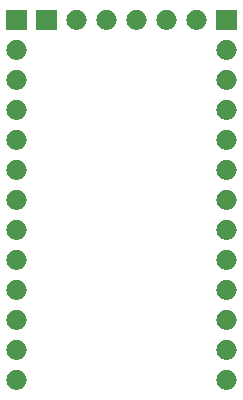
<source format=gbr>
G04 #@! TF.GenerationSoftware,KiCad,Pcbnew,5.0.1-33cea8e~68~ubuntu18.04.1*
G04 #@! TF.CreationDate,2018-10-26T18:50:41+11:00*
G04 #@! TF.ProjectId,PIC18F24K40,50494331384632344B34302E6B696361,rev?*
G04 #@! TF.SameCoordinates,Original*
G04 #@! TF.FileFunction,Soldermask,Bot*
G04 #@! TF.FilePolarity,Negative*
%FSLAX46Y46*%
G04 Gerber Fmt 4.6, Leading zero omitted, Abs format (unit mm)*
G04 Created by KiCad (PCBNEW 5.0.1-33cea8e~68~ubuntu18.04.1) date Fri 26 Oct 2018 18:50:41 AEDT*
%MOMM*%
%LPD*%
G01*
G04 APERTURE LIST*
%ADD10C,0.100000*%
G04 APERTURE END LIST*
D10*
G36*
X124626627Y-105842299D02*
X124717088Y-105869740D01*
X124786855Y-105890903D01*
X124840712Y-105919691D01*
X124934517Y-105969830D01*
X125063948Y-106076052D01*
X125170170Y-106205483D01*
X125220309Y-106299288D01*
X125249097Y-106353145D01*
X125249097Y-106353146D01*
X125297701Y-106513373D01*
X125314113Y-106680000D01*
X125297701Y-106846627D01*
X125297700Y-106846629D01*
X125249097Y-107006855D01*
X125220309Y-107060712D01*
X125170170Y-107154517D01*
X125063948Y-107283948D01*
X124934517Y-107390170D01*
X124840712Y-107440309D01*
X124786855Y-107469097D01*
X124717088Y-107490260D01*
X124626627Y-107517701D01*
X124501757Y-107530000D01*
X124418243Y-107530000D01*
X124293373Y-107517701D01*
X124202912Y-107490260D01*
X124133145Y-107469097D01*
X124079288Y-107440309D01*
X123985483Y-107390170D01*
X123856052Y-107283948D01*
X123749830Y-107154517D01*
X123699691Y-107060712D01*
X123670903Y-107006855D01*
X123622300Y-106846629D01*
X123622299Y-106846627D01*
X123605887Y-106680000D01*
X123622299Y-106513373D01*
X123670903Y-106353146D01*
X123670903Y-106353145D01*
X123699691Y-106299288D01*
X123749830Y-106205483D01*
X123856052Y-106076052D01*
X123985483Y-105969830D01*
X124079288Y-105919691D01*
X124133145Y-105890903D01*
X124202912Y-105869740D01*
X124293373Y-105842299D01*
X124418243Y-105830000D01*
X124501757Y-105830000D01*
X124626627Y-105842299D01*
X124626627Y-105842299D01*
G37*
G36*
X106846627Y-105842299D02*
X106937088Y-105869740D01*
X107006855Y-105890903D01*
X107060712Y-105919691D01*
X107154517Y-105969830D01*
X107283948Y-106076052D01*
X107390170Y-106205483D01*
X107440309Y-106299288D01*
X107469097Y-106353145D01*
X107469097Y-106353146D01*
X107517701Y-106513373D01*
X107534113Y-106680000D01*
X107517701Y-106846627D01*
X107517700Y-106846629D01*
X107469097Y-107006855D01*
X107440309Y-107060712D01*
X107390170Y-107154517D01*
X107283948Y-107283948D01*
X107154517Y-107390170D01*
X107060712Y-107440309D01*
X107006855Y-107469097D01*
X106937088Y-107490260D01*
X106846627Y-107517701D01*
X106721757Y-107530000D01*
X106638243Y-107530000D01*
X106513373Y-107517701D01*
X106422912Y-107490260D01*
X106353145Y-107469097D01*
X106299288Y-107440309D01*
X106205483Y-107390170D01*
X106076052Y-107283948D01*
X105969830Y-107154517D01*
X105919691Y-107060712D01*
X105890903Y-107006855D01*
X105842300Y-106846629D01*
X105842299Y-106846627D01*
X105825887Y-106680000D01*
X105842299Y-106513373D01*
X105890903Y-106353146D01*
X105890903Y-106353145D01*
X105919691Y-106299288D01*
X105969830Y-106205483D01*
X106076052Y-106076052D01*
X106205483Y-105969830D01*
X106299288Y-105919691D01*
X106353145Y-105890903D01*
X106422912Y-105869740D01*
X106513373Y-105842299D01*
X106638243Y-105830000D01*
X106721757Y-105830000D01*
X106846627Y-105842299D01*
X106846627Y-105842299D01*
G37*
G36*
X124626627Y-103302299D02*
X124717088Y-103329740D01*
X124786855Y-103350903D01*
X124840712Y-103379691D01*
X124934517Y-103429830D01*
X125063948Y-103536052D01*
X125170170Y-103665483D01*
X125220309Y-103759288D01*
X125249097Y-103813145D01*
X125249097Y-103813146D01*
X125297701Y-103973373D01*
X125314113Y-104140000D01*
X125297701Y-104306627D01*
X125297700Y-104306629D01*
X125249097Y-104466855D01*
X125220309Y-104520712D01*
X125170170Y-104614517D01*
X125063948Y-104743948D01*
X124934517Y-104850170D01*
X124840712Y-104900309D01*
X124786855Y-104929097D01*
X124717088Y-104950260D01*
X124626627Y-104977701D01*
X124501757Y-104990000D01*
X124418243Y-104990000D01*
X124293373Y-104977701D01*
X124202912Y-104950260D01*
X124133145Y-104929097D01*
X124079288Y-104900309D01*
X123985483Y-104850170D01*
X123856052Y-104743948D01*
X123749830Y-104614517D01*
X123699691Y-104520712D01*
X123670903Y-104466855D01*
X123622300Y-104306629D01*
X123622299Y-104306627D01*
X123605887Y-104140000D01*
X123622299Y-103973373D01*
X123670903Y-103813146D01*
X123670903Y-103813145D01*
X123699691Y-103759288D01*
X123749830Y-103665483D01*
X123856052Y-103536052D01*
X123985483Y-103429830D01*
X124079288Y-103379691D01*
X124133145Y-103350903D01*
X124202912Y-103329740D01*
X124293373Y-103302299D01*
X124418243Y-103290000D01*
X124501757Y-103290000D01*
X124626627Y-103302299D01*
X124626627Y-103302299D01*
G37*
G36*
X106846627Y-103302299D02*
X106937088Y-103329740D01*
X107006855Y-103350903D01*
X107060712Y-103379691D01*
X107154517Y-103429830D01*
X107283948Y-103536052D01*
X107390170Y-103665483D01*
X107440309Y-103759288D01*
X107469097Y-103813145D01*
X107469097Y-103813146D01*
X107517701Y-103973373D01*
X107534113Y-104140000D01*
X107517701Y-104306627D01*
X107517700Y-104306629D01*
X107469097Y-104466855D01*
X107440309Y-104520712D01*
X107390170Y-104614517D01*
X107283948Y-104743948D01*
X107154517Y-104850170D01*
X107060712Y-104900309D01*
X107006855Y-104929097D01*
X106937088Y-104950260D01*
X106846627Y-104977701D01*
X106721757Y-104990000D01*
X106638243Y-104990000D01*
X106513373Y-104977701D01*
X106422912Y-104950260D01*
X106353145Y-104929097D01*
X106299288Y-104900309D01*
X106205483Y-104850170D01*
X106076052Y-104743948D01*
X105969830Y-104614517D01*
X105919691Y-104520712D01*
X105890903Y-104466855D01*
X105842300Y-104306629D01*
X105842299Y-104306627D01*
X105825887Y-104140000D01*
X105842299Y-103973373D01*
X105890903Y-103813146D01*
X105890903Y-103813145D01*
X105919691Y-103759288D01*
X105969830Y-103665483D01*
X106076052Y-103536052D01*
X106205483Y-103429830D01*
X106299288Y-103379691D01*
X106353145Y-103350903D01*
X106422912Y-103329740D01*
X106513373Y-103302299D01*
X106638243Y-103290000D01*
X106721757Y-103290000D01*
X106846627Y-103302299D01*
X106846627Y-103302299D01*
G37*
G36*
X106846627Y-100762299D02*
X106937088Y-100789740D01*
X107006855Y-100810903D01*
X107060712Y-100839691D01*
X107154517Y-100889830D01*
X107283948Y-100996052D01*
X107390170Y-101125483D01*
X107440309Y-101219288D01*
X107469097Y-101273145D01*
X107469097Y-101273146D01*
X107517701Y-101433373D01*
X107534113Y-101600000D01*
X107517701Y-101766627D01*
X107517700Y-101766629D01*
X107469097Y-101926855D01*
X107440309Y-101980712D01*
X107390170Y-102074517D01*
X107283948Y-102203948D01*
X107154517Y-102310170D01*
X107060712Y-102360309D01*
X107006855Y-102389097D01*
X106937088Y-102410260D01*
X106846627Y-102437701D01*
X106721757Y-102450000D01*
X106638243Y-102450000D01*
X106513373Y-102437701D01*
X106422912Y-102410260D01*
X106353145Y-102389097D01*
X106299288Y-102360309D01*
X106205483Y-102310170D01*
X106076052Y-102203948D01*
X105969830Y-102074517D01*
X105919691Y-101980712D01*
X105890903Y-101926855D01*
X105842300Y-101766629D01*
X105842299Y-101766627D01*
X105825887Y-101600000D01*
X105842299Y-101433373D01*
X105890903Y-101273146D01*
X105890903Y-101273145D01*
X105919691Y-101219288D01*
X105969830Y-101125483D01*
X106076052Y-100996052D01*
X106205483Y-100889830D01*
X106299288Y-100839691D01*
X106353145Y-100810903D01*
X106422912Y-100789740D01*
X106513373Y-100762299D01*
X106638243Y-100750000D01*
X106721757Y-100750000D01*
X106846627Y-100762299D01*
X106846627Y-100762299D01*
G37*
G36*
X124626627Y-100762299D02*
X124717088Y-100789740D01*
X124786855Y-100810903D01*
X124840712Y-100839691D01*
X124934517Y-100889830D01*
X125063948Y-100996052D01*
X125170170Y-101125483D01*
X125220309Y-101219288D01*
X125249097Y-101273145D01*
X125249097Y-101273146D01*
X125297701Y-101433373D01*
X125314113Y-101600000D01*
X125297701Y-101766627D01*
X125297700Y-101766629D01*
X125249097Y-101926855D01*
X125220309Y-101980712D01*
X125170170Y-102074517D01*
X125063948Y-102203948D01*
X124934517Y-102310170D01*
X124840712Y-102360309D01*
X124786855Y-102389097D01*
X124717088Y-102410260D01*
X124626627Y-102437701D01*
X124501757Y-102450000D01*
X124418243Y-102450000D01*
X124293373Y-102437701D01*
X124202912Y-102410260D01*
X124133145Y-102389097D01*
X124079288Y-102360309D01*
X123985483Y-102310170D01*
X123856052Y-102203948D01*
X123749830Y-102074517D01*
X123699691Y-101980712D01*
X123670903Y-101926855D01*
X123622300Y-101766629D01*
X123622299Y-101766627D01*
X123605887Y-101600000D01*
X123622299Y-101433373D01*
X123670903Y-101273146D01*
X123670903Y-101273145D01*
X123699691Y-101219288D01*
X123749830Y-101125483D01*
X123856052Y-100996052D01*
X123985483Y-100889830D01*
X124079288Y-100839691D01*
X124133145Y-100810903D01*
X124202912Y-100789740D01*
X124293373Y-100762299D01*
X124418243Y-100750000D01*
X124501757Y-100750000D01*
X124626627Y-100762299D01*
X124626627Y-100762299D01*
G37*
G36*
X124626627Y-98222299D02*
X124717088Y-98249740D01*
X124786855Y-98270903D01*
X124840712Y-98299691D01*
X124934517Y-98349830D01*
X125063948Y-98456052D01*
X125170170Y-98585483D01*
X125220309Y-98679288D01*
X125249097Y-98733145D01*
X125249097Y-98733146D01*
X125297701Y-98893373D01*
X125314113Y-99060000D01*
X125297701Y-99226627D01*
X125297700Y-99226629D01*
X125249097Y-99386855D01*
X125220309Y-99440712D01*
X125170170Y-99534517D01*
X125063948Y-99663948D01*
X124934517Y-99770170D01*
X124840712Y-99820309D01*
X124786855Y-99849097D01*
X124717088Y-99870260D01*
X124626627Y-99897701D01*
X124501757Y-99910000D01*
X124418243Y-99910000D01*
X124293373Y-99897701D01*
X124202912Y-99870260D01*
X124133145Y-99849097D01*
X124079288Y-99820309D01*
X123985483Y-99770170D01*
X123856052Y-99663948D01*
X123749830Y-99534517D01*
X123699691Y-99440712D01*
X123670903Y-99386855D01*
X123622300Y-99226629D01*
X123622299Y-99226627D01*
X123605887Y-99060000D01*
X123622299Y-98893373D01*
X123670903Y-98733146D01*
X123670903Y-98733145D01*
X123699691Y-98679288D01*
X123749830Y-98585483D01*
X123856052Y-98456052D01*
X123985483Y-98349830D01*
X124079288Y-98299691D01*
X124133145Y-98270903D01*
X124202912Y-98249740D01*
X124293373Y-98222299D01*
X124418243Y-98210000D01*
X124501757Y-98210000D01*
X124626627Y-98222299D01*
X124626627Y-98222299D01*
G37*
G36*
X106846627Y-98222299D02*
X106937088Y-98249740D01*
X107006855Y-98270903D01*
X107060712Y-98299691D01*
X107154517Y-98349830D01*
X107283948Y-98456052D01*
X107390170Y-98585483D01*
X107440309Y-98679288D01*
X107469097Y-98733145D01*
X107469097Y-98733146D01*
X107517701Y-98893373D01*
X107534113Y-99060000D01*
X107517701Y-99226627D01*
X107517700Y-99226629D01*
X107469097Y-99386855D01*
X107440309Y-99440712D01*
X107390170Y-99534517D01*
X107283948Y-99663948D01*
X107154517Y-99770170D01*
X107060712Y-99820309D01*
X107006855Y-99849097D01*
X106937088Y-99870260D01*
X106846627Y-99897701D01*
X106721757Y-99910000D01*
X106638243Y-99910000D01*
X106513373Y-99897701D01*
X106422912Y-99870260D01*
X106353145Y-99849097D01*
X106299288Y-99820309D01*
X106205483Y-99770170D01*
X106076052Y-99663948D01*
X105969830Y-99534517D01*
X105919691Y-99440712D01*
X105890903Y-99386855D01*
X105842300Y-99226629D01*
X105842299Y-99226627D01*
X105825887Y-99060000D01*
X105842299Y-98893373D01*
X105890903Y-98733146D01*
X105890903Y-98733145D01*
X105919691Y-98679288D01*
X105969830Y-98585483D01*
X106076052Y-98456052D01*
X106205483Y-98349830D01*
X106299288Y-98299691D01*
X106353145Y-98270903D01*
X106422912Y-98249740D01*
X106513373Y-98222299D01*
X106638243Y-98210000D01*
X106721757Y-98210000D01*
X106846627Y-98222299D01*
X106846627Y-98222299D01*
G37*
G36*
X124626627Y-95682299D02*
X124717088Y-95709740D01*
X124786855Y-95730903D01*
X124840712Y-95759691D01*
X124934517Y-95809830D01*
X125063948Y-95916052D01*
X125170170Y-96045483D01*
X125220309Y-96139288D01*
X125249097Y-96193145D01*
X125249097Y-96193146D01*
X125297701Y-96353373D01*
X125314113Y-96520000D01*
X125297701Y-96686627D01*
X125297700Y-96686629D01*
X125249097Y-96846855D01*
X125220309Y-96900712D01*
X125170170Y-96994517D01*
X125063948Y-97123948D01*
X124934517Y-97230170D01*
X124840712Y-97280309D01*
X124786855Y-97309097D01*
X124717088Y-97330260D01*
X124626627Y-97357701D01*
X124501757Y-97370000D01*
X124418243Y-97370000D01*
X124293373Y-97357701D01*
X124202912Y-97330260D01*
X124133145Y-97309097D01*
X124079288Y-97280309D01*
X123985483Y-97230170D01*
X123856052Y-97123948D01*
X123749830Y-96994517D01*
X123699691Y-96900712D01*
X123670903Y-96846855D01*
X123622300Y-96686629D01*
X123622299Y-96686627D01*
X123605887Y-96520000D01*
X123622299Y-96353373D01*
X123670903Y-96193146D01*
X123670903Y-96193145D01*
X123699691Y-96139288D01*
X123749830Y-96045483D01*
X123856052Y-95916052D01*
X123985483Y-95809830D01*
X124079288Y-95759691D01*
X124133145Y-95730903D01*
X124202912Y-95709740D01*
X124293373Y-95682299D01*
X124418243Y-95670000D01*
X124501757Y-95670000D01*
X124626627Y-95682299D01*
X124626627Y-95682299D01*
G37*
G36*
X106846627Y-95682299D02*
X106937088Y-95709740D01*
X107006855Y-95730903D01*
X107060712Y-95759691D01*
X107154517Y-95809830D01*
X107283948Y-95916052D01*
X107390170Y-96045483D01*
X107440309Y-96139288D01*
X107469097Y-96193145D01*
X107469097Y-96193146D01*
X107517701Y-96353373D01*
X107534113Y-96520000D01*
X107517701Y-96686627D01*
X107517700Y-96686629D01*
X107469097Y-96846855D01*
X107440309Y-96900712D01*
X107390170Y-96994517D01*
X107283948Y-97123948D01*
X107154517Y-97230170D01*
X107060712Y-97280309D01*
X107006855Y-97309097D01*
X106937088Y-97330260D01*
X106846627Y-97357701D01*
X106721757Y-97370000D01*
X106638243Y-97370000D01*
X106513373Y-97357701D01*
X106422912Y-97330260D01*
X106353145Y-97309097D01*
X106299288Y-97280309D01*
X106205483Y-97230170D01*
X106076052Y-97123948D01*
X105969830Y-96994517D01*
X105919691Y-96900712D01*
X105890903Y-96846855D01*
X105842300Y-96686629D01*
X105842299Y-96686627D01*
X105825887Y-96520000D01*
X105842299Y-96353373D01*
X105890903Y-96193146D01*
X105890903Y-96193145D01*
X105919691Y-96139288D01*
X105969830Y-96045483D01*
X106076052Y-95916052D01*
X106205483Y-95809830D01*
X106299288Y-95759691D01*
X106353145Y-95730903D01*
X106422912Y-95709740D01*
X106513373Y-95682299D01*
X106638243Y-95670000D01*
X106721757Y-95670000D01*
X106846627Y-95682299D01*
X106846627Y-95682299D01*
G37*
G36*
X124626627Y-93142299D02*
X124717088Y-93169740D01*
X124786855Y-93190903D01*
X124840712Y-93219691D01*
X124934517Y-93269830D01*
X125063948Y-93376052D01*
X125170170Y-93505483D01*
X125220309Y-93599288D01*
X125249097Y-93653145D01*
X125249097Y-93653146D01*
X125297701Y-93813373D01*
X125314113Y-93980000D01*
X125297701Y-94146627D01*
X125297700Y-94146629D01*
X125249097Y-94306855D01*
X125220309Y-94360712D01*
X125170170Y-94454517D01*
X125063948Y-94583948D01*
X124934517Y-94690170D01*
X124840712Y-94740309D01*
X124786855Y-94769097D01*
X124717088Y-94790260D01*
X124626627Y-94817701D01*
X124501757Y-94830000D01*
X124418243Y-94830000D01*
X124293373Y-94817701D01*
X124202912Y-94790260D01*
X124133145Y-94769097D01*
X124079288Y-94740309D01*
X123985483Y-94690170D01*
X123856052Y-94583948D01*
X123749830Y-94454517D01*
X123699691Y-94360712D01*
X123670903Y-94306855D01*
X123622300Y-94146629D01*
X123622299Y-94146627D01*
X123605887Y-93980000D01*
X123622299Y-93813373D01*
X123670903Y-93653146D01*
X123670903Y-93653145D01*
X123699691Y-93599288D01*
X123749830Y-93505483D01*
X123856052Y-93376052D01*
X123985483Y-93269830D01*
X124079288Y-93219691D01*
X124133145Y-93190903D01*
X124202912Y-93169740D01*
X124293373Y-93142299D01*
X124418243Y-93130000D01*
X124501757Y-93130000D01*
X124626627Y-93142299D01*
X124626627Y-93142299D01*
G37*
G36*
X106846627Y-93142299D02*
X106937088Y-93169740D01*
X107006855Y-93190903D01*
X107060712Y-93219691D01*
X107154517Y-93269830D01*
X107283948Y-93376052D01*
X107390170Y-93505483D01*
X107440309Y-93599288D01*
X107469097Y-93653145D01*
X107469097Y-93653146D01*
X107517701Y-93813373D01*
X107534113Y-93980000D01*
X107517701Y-94146627D01*
X107517700Y-94146629D01*
X107469097Y-94306855D01*
X107440309Y-94360712D01*
X107390170Y-94454517D01*
X107283948Y-94583948D01*
X107154517Y-94690170D01*
X107060712Y-94740309D01*
X107006855Y-94769097D01*
X106937088Y-94790260D01*
X106846627Y-94817701D01*
X106721757Y-94830000D01*
X106638243Y-94830000D01*
X106513373Y-94817701D01*
X106422912Y-94790260D01*
X106353145Y-94769097D01*
X106299288Y-94740309D01*
X106205483Y-94690170D01*
X106076052Y-94583948D01*
X105969830Y-94454517D01*
X105919691Y-94360712D01*
X105890903Y-94306855D01*
X105842300Y-94146629D01*
X105842299Y-94146627D01*
X105825887Y-93980000D01*
X105842299Y-93813373D01*
X105890903Y-93653146D01*
X105890903Y-93653145D01*
X105919691Y-93599288D01*
X105969830Y-93505483D01*
X106076052Y-93376052D01*
X106205483Y-93269830D01*
X106299288Y-93219691D01*
X106353145Y-93190903D01*
X106422912Y-93169740D01*
X106513373Y-93142299D01*
X106638243Y-93130000D01*
X106721757Y-93130000D01*
X106846627Y-93142299D01*
X106846627Y-93142299D01*
G37*
G36*
X106846627Y-90602299D02*
X106937088Y-90629740D01*
X107006855Y-90650903D01*
X107060712Y-90679691D01*
X107154517Y-90729830D01*
X107283948Y-90836052D01*
X107390170Y-90965483D01*
X107440309Y-91059288D01*
X107469097Y-91113145D01*
X107469097Y-91113146D01*
X107517701Y-91273373D01*
X107534113Y-91440000D01*
X107517701Y-91606627D01*
X107517700Y-91606629D01*
X107469097Y-91766855D01*
X107440309Y-91820712D01*
X107390170Y-91914517D01*
X107283948Y-92043948D01*
X107154517Y-92150170D01*
X107060712Y-92200309D01*
X107006855Y-92229097D01*
X106937088Y-92250260D01*
X106846627Y-92277701D01*
X106721757Y-92290000D01*
X106638243Y-92290000D01*
X106513373Y-92277701D01*
X106422912Y-92250260D01*
X106353145Y-92229097D01*
X106299288Y-92200309D01*
X106205483Y-92150170D01*
X106076052Y-92043948D01*
X105969830Y-91914517D01*
X105919691Y-91820712D01*
X105890903Y-91766855D01*
X105842300Y-91606629D01*
X105842299Y-91606627D01*
X105825887Y-91440000D01*
X105842299Y-91273373D01*
X105890903Y-91113146D01*
X105890903Y-91113145D01*
X105919691Y-91059288D01*
X105969830Y-90965483D01*
X106076052Y-90836052D01*
X106205483Y-90729830D01*
X106299288Y-90679691D01*
X106353145Y-90650903D01*
X106422912Y-90629740D01*
X106513373Y-90602299D01*
X106638243Y-90590000D01*
X106721757Y-90590000D01*
X106846627Y-90602299D01*
X106846627Y-90602299D01*
G37*
G36*
X124626627Y-90602299D02*
X124717088Y-90629740D01*
X124786855Y-90650903D01*
X124840712Y-90679691D01*
X124934517Y-90729830D01*
X125063948Y-90836052D01*
X125170170Y-90965483D01*
X125220309Y-91059288D01*
X125249097Y-91113145D01*
X125249097Y-91113146D01*
X125297701Y-91273373D01*
X125314113Y-91440000D01*
X125297701Y-91606627D01*
X125297700Y-91606629D01*
X125249097Y-91766855D01*
X125220309Y-91820712D01*
X125170170Y-91914517D01*
X125063948Y-92043948D01*
X124934517Y-92150170D01*
X124840712Y-92200309D01*
X124786855Y-92229097D01*
X124717088Y-92250260D01*
X124626627Y-92277701D01*
X124501757Y-92290000D01*
X124418243Y-92290000D01*
X124293373Y-92277701D01*
X124202912Y-92250260D01*
X124133145Y-92229097D01*
X124079288Y-92200309D01*
X123985483Y-92150170D01*
X123856052Y-92043948D01*
X123749830Y-91914517D01*
X123699691Y-91820712D01*
X123670903Y-91766855D01*
X123622300Y-91606629D01*
X123622299Y-91606627D01*
X123605887Y-91440000D01*
X123622299Y-91273373D01*
X123670903Y-91113146D01*
X123670903Y-91113145D01*
X123699691Y-91059288D01*
X123749830Y-90965483D01*
X123856052Y-90836052D01*
X123985483Y-90729830D01*
X124079288Y-90679691D01*
X124133145Y-90650903D01*
X124202912Y-90629740D01*
X124293373Y-90602299D01*
X124418243Y-90590000D01*
X124501757Y-90590000D01*
X124626627Y-90602299D01*
X124626627Y-90602299D01*
G37*
G36*
X106846627Y-88062299D02*
X106937088Y-88089740D01*
X107006855Y-88110903D01*
X107060712Y-88139691D01*
X107154517Y-88189830D01*
X107283948Y-88296052D01*
X107390170Y-88425483D01*
X107440309Y-88519288D01*
X107469097Y-88573145D01*
X107469097Y-88573146D01*
X107517701Y-88733373D01*
X107534113Y-88900000D01*
X107517701Y-89066627D01*
X107517700Y-89066629D01*
X107469097Y-89226855D01*
X107440309Y-89280712D01*
X107390170Y-89374517D01*
X107283948Y-89503948D01*
X107154517Y-89610170D01*
X107060712Y-89660309D01*
X107006855Y-89689097D01*
X106937088Y-89710260D01*
X106846627Y-89737701D01*
X106721757Y-89750000D01*
X106638243Y-89750000D01*
X106513373Y-89737701D01*
X106422912Y-89710260D01*
X106353145Y-89689097D01*
X106299288Y-89660309D01*
X106205483Y-89610170D01*
X106076052Y-89503948D01*
X105969830Y-89374517D01*
X105919691Y-89280712D01*
X105890903Y-89226855D01*
X105842300Y-89066629D01*
X105842299Y-89066627D01*
X105825887Y-88900000D01*
X105842299Y-88733373D01*
X105890903Y-88573146D01*
X105890903Y-88573145D01*
X105919691Y-88519288D01*
X105969830Y-88425483D01*
X106076052Y-88296052D01*
X106205483Y-88189830D01*
X106299288Y-88139691D01*
X106353145Y-88110903D01*
X106422912Y-88089740D01*
X106513373Y-88062299D01*
X106638243Y-88050000D01*
X106721757Y-88050000D01*
X106846627Y-88062299D01*
X106846627Y-88062299D01*
G37*
G36*
X124626627Y-88062299D02*
X124717088Y-88089740D01*
X124786855Y-88110903D01*
X124840712Y-88139691D01*
X124934517Y-88189830D01*
X125063948Y-88296052D01*
X125170170Y-88425483D01*
X125220309Y-88519288D01*
X125249097Y-88573145D01*
X125249097Y-88573146D01*
X125297701Y-88733373D01*
X125314113Y-88900000D01*
X125297701Y-89066627D01*
X125297700Y-89066629D01*
X125249097Y-89226855D01*
X125220309Y-89280712D01*
X125170170Y-89374517D01*
X125063948Y-89503948D01*
X124934517Y-89610170D01*
X124840712Y-89660309D01*
X124786855Y-89689097D01*
X124717088Y-89710260D01*
X124626627Y-89737701D01*
X124501757Y-89750000D01*
X124418243Y-89750000D01*
X124293373Y-89737701D01*
X124202912Y-89710260D01*
X124133145Y-89689097D01*
X124079288Y-89660309D01*
X123985483Y-89610170D01*
X123856052Y-89503948D01*
X123749830Y-89374517D01*
X123699691Y-89280712D01*
X123670903Y-89226855D01*
X123622300Y-89066629D01*
X123622299Y-89066627D01*
X123605887Y-88900000D01*
X123622299Y-88733373D01*
X123670903Y-88573146D01*
X123670903Y-88573145D01*
X123699691Y-88519288D01*
X123749830Y-88425483D01*
X123856052Y-88296052D01*
X123985483Y-88189830D01*
X124079288Y-88139691D01*
X124133145Y-88110903D01*
X124202912Y-88089740D01*
X124293373Y-88062299D01*
X124418243Y-88050000D01*
X124501757Y-88050000D01*
X124626627Y-88062299D01*
X124626627Y-88062299D01*
G37*
G36*
X106846627Y-85522299D02*
X106937088Y-85549740D01*
X107006855Y-85570903D01*
X107060712Y-85599691D01*
X107154517Y-85649830D01*
X107283948Y-85756052D01*
X107390170Y-85885483D01*
X107440309Y-85979288D01*
X107469097Y-86033145D01*
X107469097Y-86033146D01*
X107517701Y-86193373D01*
X107534113Y-86360000D01*
X107517701Y-86526627D01*
X107517700Y-86526629D01*
X107469097Y-86686855D01*
X107440309Y-86740712D01*
X107390170Y-86834517D01*
X107283948Y-86963948D01*
X107154517Y-87070170D01*
X107060712Y-87120309D01*
X107006855Y-87149097D01*
X106937088Y-87170260D01*
X106846627Y-87197701D01*
X106721757Y-87210000D01*
X106638243Y-87210000D01*
X106513373Y-87197701D01*
X106422912Y-87170260D01*
X106353145Y-87149097D01*
X106299288Y-87120309D01*
X106205483Y-87070170D01*
X106076052Y-86963948D01*
X105969830Y-86834517D01*
X105919691Y-86740712D01*
X105890903Y-86686855D01*
X105842300Y-86526629D01*
X105842299Y-86526627D01*
X105825887Y-86360000D01*
X105842299Y-86193373D01*
X105890903Y-86033146D01*
X105890903Y-86033145D01*
X105919691Y-85979288D01*
X105969830Y-85885483D01*
X106076052Y-85756052D01*
X106205483Y-85649830D01*
X106299288Y-85599691D01*
X106353145Y-85570903D01*
X106422912Y-85549740D01*
X106513373Y-85522299D01*
X106638243Y-85510000D01*
X106721757Y-85510000D01*
X106846627Y-85522299D01*
X106846627Y-85522299D01*
G37*
G36*
X124626627Y-85522299D02*
X124717088Y-85549740D01*
X124786855Y-85570903D01*
X124840712Y-85599691D01*
X124934517Y-85649830D01*
X125063948Y-85756052D01*
X125170170Y-85885483D01*
X125220309Y-85979288D01*
X125249097Y-86033145D01*
X125249097Y-86033146D01*
X125297701Y-86193373D01*
X125314113Y-86360000D01*
X125297701Y-86526627D01*
X125297700Y-86526629D01*
X125249097Y-86686855D01*
X125220309Y-86740712D01*
X125170170Y-86834517D01*
X125063948Y-86963948D01*
X124934517Y-87070170D01*
X124840712Y-87120309D01*
X124786855Y-87149097D01*
X124717088Y-87170260D01*
X124626627Y-87197701D01*
X124501757Y-87210000D01*
X124418243Y-87210000D01*
X124293373Y-87197701D01*
X124202912Y-87170260D01*
X124133145Y-87149097D01*
X124079288Y-87120309D01*
X123985483Y-87070170D01*
X123856052Y-86963948D01*
X123749830Y-86834517D01*
X123699691Y-86740712D01*
X123670903Y-86686855D01*
X123622300Y-86526629D01*
X123622299Y-86526627D01*
X123605887Y-86360000D01*
X123622299Y-86193373D01*
X123670903Y-86033146D01*
X123670903Y-86033145D01*
X123699691Y-85979288D01*
X123749830Y-85885483D01*
X123856052Y-85756052D01*
X123985483Y-85649830D01*
X124079288Y-85599691D01*
X124133145Y-85570903D01*
X124202912Y-85549740D01*
X124293373Y-85522299D01*
X124418243Y-85510000D01*
X124501757Y-85510000D01*
X124626627Y-85522299D01*
X124626627Y-85522299D01*
G37*
G36*
X106846627Y-82982299D02*
X106937088Y-83009740D01*
X107006855Y-83030903D01*
X107060712Y-83059691D01*
X107154517Y-83109830D01*
X107283948Y-83216052D01*
X107390170Y-83345483D01*
X107440309Y-83439288D01*
X107469097Y-83493145D01*
X107469097Y-83493146D01*
X107517701Y-83653373D01*
X107534113Y-83820000D01*
X107517701Y-83986627D01*
X107517700Y-83986629D01*
X107469097Y-84146855D01*
X107440309Y-84200712D01*
X107390170Y-84294517D01*
X107283948Y-84423948D01*
X107154517Y-84530170D01*
X107060712Y-84580309D01*
X107006855Y-84609097D01*
X106937088Y-84630260D01*
X106846627Y-84657701D01*
X106721757Y-84670000D01*
X106638243Y-84670000D01*
X106513373Y-84657701D01*
X106422912Y-84630260D01*
X106353145Y-84609097D01*
X106299288Y-84580309D01*
X106205483Y-84530170D01*
X106076052Y-84423948D01*
X105969830Y-84294517D01*
X105919691Y-84200712D01*
X105890903Y-84146855D01*
X105842300Y-83986629D01*
X105842299Y-83986627D01*
X105825887Y-83820000D01*
X105842299Y-83653373D01*
X105890903Y-83493146D01*
X105890903Y-83493145D01*
X105919691Y-83439288D01*
X105969830Y-83345483D01*
X106076052Y-83216052D01*
X106205483Y-83109830D01*
X106299288Y-83059691D01*
X106353145Y-83030903D01*
X106422912Y-83009740D01*
X106513373Y-82982299D01*
X106638243Y-82970000D01*
X106721757Y-82970000D01*
X106846627Y-82982299D01*
X106846627Y-82982299D01*
G37*
G36*
X124626627Y-82982299D02*
X124717088Y-83009740D01*
X124786855Y-83030903D01*
X124840712Y-83059691D01*
X124934517Y-83109830D01*
X125063948Y-83216052D01*
X125170170Y-83345483D01*
X125220309Y-83439288D01*
X125249097Y-83493145D01*
X125249097Y-83493146D01*
X125297701Y-83653373D01*
X125314113Y-83820000D01*
X125297701Y-83986627D01*
X125297700Y-83986629D01*
X125249097Y-84146855D01*
X125220309Y-84200712D01*
X125170170Y-84294517D01*
X125063948Y-84423948D01*
X124934517Y-84530170D01*
X124840712Y-84580309D01*
X124786855Y-84609097D01*
X124717088Y-84630260D01*
X124626627Y-84657701D01*
X124501757Y-84670000D01*
X124418243Y-84670000D01*
X124293373Y-84657701D01*
X124202912Y-84630260D01*
X124133145Y-84609097D01*
X124079288Y-84580309D01*
X123985483Y-84530170D01*
X123856052Y-84423948D01*
X123749830Y-84294517D01*
X123699691Y-84200712D01*
X123670903Y-84146855D01*
X123622300Y-83986629D01*
X123622299Y-83986627D01*
X123605887Y-83820000D01*
X123622299Y-83653373D01*
X123670903Y-83493146D01*
X123670903Y-83493145D01*
X123699691Y-83439288D01*
X123749830Y-83345483D01*
X123856052Y-83216052D01*
X123985483Y-83109830D01*
X124079288Y-83059691D01*
X124133145Y-83030903D01*
X124202912Y-83009740D01*
X124293373Y-82982299D01*
X124418243Y-82970000D01*
X124501757Y-82970000D01*
X124626627Y-82982299D01*
X124626627Y-82982299D01*
G37*
G36*
X124626627Y-80442299D02*
X124717088Y-80469740D01*
X124786855Y-80490903D01*
X124840712Y-80519691D01*
X124934517Y-80569830D01*
X125063948Y-80676052D01*
X125170170Y-80805483D01*
X125220309Y-80899288D01*
X125249097Y-80953145D01*
X125249097Y-80953146D01*
X125297701Y-81113373D01*
X125314113Y-81280000D01*
X125297701Y-81446627D01*
X125297700Y-81446629D01*
X125249097Y-81606855D01*
X125220309Y-81660712D01*
X125170170Y-81754517D01*
X125063948Y-81883948D01*
X124934517Y-81990170D01*
X124840712Y-82040309D01*
X124786855Y-82069097D01*
X124717088Y-82090260D01*
X124626627Y-82117701D01*
X124501757Y-82130000D01*
X124418243Y-82130000D01*
X124293373Y-82117701D01*
X124202912Y-82090260D01*
X124133145Y-82069097D01*
X124079288Y-82040309D01*
X123985483Y-81990170D01*
X123856052Y-81883948D01*
X123749830Y-81754517D01*
X123699691Y-81660712D01*
X123670903Y-81606855D01*
X123622300Y-81446629D01*
X123622299Y-81446627D01*
X123605887Y-81280000D01*
X123622299Y-81113373D01*
X123670903Y-80953146D01*
X123670903Y-80953145D01*
X123699691Y-80899288D01*
X123749830Y-80805483D01*
X123856052Y-80676052D01*
X123985483Y-80569830D01*
X124079288Y-80519691D01*
X124133145Y-80490903D01*
X124202912Y-80469740D01*
X124293373Y-80442299D01*
X124418243Y-80430000D01*
X124501757Y-80430000D01*
X124626627Y-80442299D01*
X124626627Y-80442299D01*
G37*
G36*
X106846627Y-80442299D02*
X106937088Y-80469740D01*
X107006855Y-80490903D01*
X107060712Y-80519691D01*
X107154517Y-80569830D01*
X107283948Y-80676052D01*
X107390170Y-80805483D01*
X107440309Y-80899288D01*
X107469097Y-80953145D01*
X107469097Y-80953146D01*
X107517701Y-81113373D01*
X107534113Y-81280000D01*
X107517701Y-81446627D01*
X107517700Y-81446629D01*
X107469097Y-81606855D01*
X107440309Y-81660712D01*
X107390170Y-81754517D01*
X107283948Y-81883948D01*
X107154517Y-81990170D01*
X107060712Y-82040309D01*
X107006855Y-82069097D01*
X106937088Y-82090260D01*
X106846627Y-82117701D01*
X106721757Y-82130000D01*
X106638243Y-82130000D01*
X106513373Y-82117701D01*
X106422912Y-82090260D01*
X106353145Y-82069097D01*
X106299288Y-82040309D01*
X106205483Y-81990170D01*
X106076052Y-81883948D01*
X105969830Y-81754517D01*
X105919691Y-81660712D01*
X105890903Y-81606855D01*
X105842300Y-81446629D01*
X105842299Y-81446627D01*
X105825887Y-81280000D01*
X105842299Y-81113373D01*
X105890903Y-80953146D01*
X105890903Y-80953145D01*
X105919691Y-80899288D01*
X105969830Y-80805483D01*
X106076052Y-80676052D01*
X106205483Y-80569830D01*
X106299288Y-80519691D01*
X106353145Y-80490903D01*
X106422912Y-80469740D01*
X106513373Y-80442299D01*
X106638243Y-80430000D01*
X106721757Y-80430000D01*
X106846627Y-80442299D01*
X106846627Y-80442299D01*
G37*
G36*
X124626627Y-77902299D02*
X124717088Y-77929740D01*
X124786855Y-77950903D01*
X124840712Y-77979691D01*
X124934517Y-78029830D01*
X125063948Y-78136052D01*
X125170170Y-78265483D01*
X125220309Y-78359288D01*
X125249097Y-78413145D01*
X125249097Y-78413146D01*
X125297701Y-78573373D01*
X125314113Y-78740000D01*
X125297701Y-78906627D01*
X125297700Y-78906629D01*
X125249097Y-79066855D01*
X125220309Y-79120712D01*
X125170170Y-79214517D01*
X125063948Y-79343948D01*
X124934517Y-79450170D01*
X124840712Y-79500309D01*
X124786855Y-79529097D01*
X124717088Y-79550260D01*
X124626627Y-79577701D01*
X124501757Y-79590000D01*
X124418243Y-79590000D01*
X124293373Y-79577701D01*
X124202912Y-79550260D01*
X124133145Y-79529097D01*
X124079288Y-79500309D01*
X123985483Y-79450170D01*
X123856052Y-79343948D01*
X123749830Y-79214517D01*
X123699691Y-79120712D01*
X123670903Y-79066855D01*
X123622300Y-78906629D01*
X123622299Y-78906627D01*
X123605887Y-78740000D01*
X123622299Y-78573373D01*
X123670903Y-78413146D01*
X123670903Y-78413145D01*
X123699691Y-78359288D01*
X123749830Y-78265483D01*
X123856052Y-78136052D01*
X123985483Y-78029830D01*
X124079288Y-77979691D01*
X124133145Y-77950903D01*
X124202912Y-77929740D01*
X124293373Y-77902299D01*
X124418243Y-77890000D01*
X124501757Y-77890000D01*
X124626627Y-77902299D01*
X124626627Y-77902299D01*
G37*
G36*
X106846627Y-77902299D02*
X106937088Y-77929740D01*
X107006855Y-77950903D01*
X107060712Y-77979691D01*
X107154517Y-78029830D01*
X107283948Y-78136052D01*
X107390170Y-78265483D01*
X107440309Y-78359288D01*
X107469097Y-78413145D01*
X107469097Y-78413146D01*
X107517701Y-78573373D01*
X107534113Y-78740000D01*
X107517701Y-78906627D01*
X107517700Y-78906629D01*
X107469097Y-79066855D01*
X107440309Y-79120712D01*
X107390170Y-79214517D01*
X107283948Y-79343948D01*
X107154517Y-79450170D01*
X107060712Y-79500309D01*
X107006855Y-79529097D01*
X106937088Y-79550260D01*
X106846627Y-79577701D01*
X106721757Y-79590000D01*
X106638243Y-79590000D01*
X106513373Y-79577701D01*
X106422912Y-79550260D01*
X106353145Y-79529097D01*
X106299288Y-79500309D01*
X106205483Y-79450170D01*
X106076052Y-79343948D01*
X105969830Y-79214517D01*
X105919691Y-79120712D01*
X105890903Y-79066855D01*
X105842300Y-78906629D01*
X105842299Y-78906627D01*
X105825887Y-78740000D01*
X105842299Y-78573373D01*
X105890903Y-78413146D01*
X105890903Y-78413145D01*
X105919691Y-78359288D01*
X105969830Y-78265483D01*
X106076052Y-78136052D01*
X106205483Y-78029830D01*
X106299288Y-77979691D01*
X106353145Y-77950903D01*
X106422912Y-77929740D01*
X106513373Y-77902299D01*
X106638243Y-77890000D01*
X106721757Y-77890000D01*
X106846627Y-77902299D01*
X106846627Y-77902299D01*
G37*
G36*
X107530000Y-77050000D02*
X105830000Y-77050000D01*
X105830000Y-75350000D01*
X107530000Y-75350000D01*
X107530000Y-77050000D01*
X107530000Y-77050000D01*
G37*
G36*
X125310000Y-77050000D02*
X123610000Y-77050000D01*
X123610000Y-75350000D01*
X125310000Y-75350000D01*
X125310000Y-77050000D01*
X125310000Y-77050000D01*
G37*
G36*
X110070000Y-77050000D02*
X108370000Y-77050000D01*
X108370000Y-75350000D01*
X110070000Y-75350000D01*
X110070000Y-77050000D01*
X110070000Y-77050000D01*
G37*
G36*
X111926627Y-75362299D02*
X112017088Y-75389740D01*
X112086855Y-75410903D01*
X112140712Y-75439691D01*
X112234517Y-75489830D01*
X112363948Y-75596052D01*
X112470170Y-75725483D01*
X112520309Y-75819288D01*
X112549097Y-75873145D01*
X112549097Y-75873146D01*
X112597701Y-76033373D01*
X112614113Y-76200000D01*
X112597701Y-76366627D01*
X112597700Y-76366629D01*
X112549097Y-76526855D01*
X112520309Y-76580712D01*
X112470170Y-76674517D01*
X112363948Y-76803948D01*
X112234517Y-76910170D01*
X112140712Y-76960309D01*
X112086855Y-76989097D01*
X112017088Y-77010260D01*
X111926627Y-77037701D01*
X111801757Y-77050000D01*
X111718243Y-77050000D01*
X111593373Y-77037701D01*
X111502912Y-77010260D01*
X111433145Y-76989097D01*
X111379288Y-76960309D01*
X111285483Y-76910170D01*
X111156052Y-76803948D01*
X111049830Y-76674517D01*
X110999691Y-76580712D01*
X110970903Y-76526855D01*
X110922300Y-76366629D01*
X110922299Y-76366627D01*
X110905887Y-76200000D01*
X110922299Y-76033373D01*
X110970903Y-75873146D01*
X110970903Y-75873145D01*
X110999691Y-75819288D01*
X111049830Y-75725483D01*
X111156052Y-75596052D01*
X111285483Y-75489830D01*
X111379288Y-75439691D01*
X111433145Y-75410903D01*
X111502912Y-75389740D01*
X111593373Y-75362299D01*
X111718243Y-75350000D01*
X111801757Y-75350000D01*
X111926627Y-75362299D01*
X111926627Y-75362299D01*
G37*
G36*
X114466627Y-75362299D02*
X114557088Y-75389740D01*
X114626855Y-75410903D01*
X114680712Y-75439691D01*
X114774517Y-75489830D01*
X114903948Y-75596052D01*
X115010170Y-75725483D01*
X115060309Y-75819288D01*
X115089097Y-75873145D01*
X115089097Y-75873146D01*
X115137701Y-76033373D01*
X115154113Y-76200000D01*
X115137701Y-76366627D01*
X115137700Y-76366629D01*
X115089097Y-76526855D01*
X115060309Y-76580712D01*
X115010170Y-76674517D01*
X114903948Y-76803948D01*
X114774517Y-76910170D01*
X114680712Y-76960309D01*
X114626855Y-76989097D01*
X114557088Y-77010260D01*
X114466627Y-77037701D01*
X114341757Y-77050000D01*
X114258243Y-77050000D01*
X114133373Y-77037701D01*
X114042912Y-77010260D01*
X113973145Y-76989097D01*
X113919288Y-76960309D01*
X113825483Y-76910170D01*
X113696052Y-76803948D01*
X113589830Y-76674517D01*
X113539691Y-76580712D01*
X113510903Y-76526855D01*
X113462300Y-76366629D01*
X113462299Y-76366627D01*
X113445887Y-76200000D01*
X113462299Y-76033373D01*
X113510903Y-75873146D01*
X113510903Y-75873145D01*
X113539691Y-75819288D01*
X113589830Y-75725483D01*
X113696052Y-75596052D01*
X113825483Y-75489830D01*
X113919288Y-75439691D01*
X113973145Y-75410903D01*
X114042912Y-75389740D01*
X114133373Y-75362299D01*
X114258243Y-75350000D01*
X114341757Y-75350000D01*
X114466627Y-75362299D01*
X114466627Y-75362299D01*
G37*
G36*
X117006627Y-75362299D02*
X117097088Y-75389740D01*
X117166855Y-75410903D01*
X117220712Y-75439691D01*
X117314517Y-75489830D01*
X117443948Y-75596052D01*
X117550170Y-75725483D01*
X117600309Y-75819288D01*
X117629097Y-75873145D01*
X117629097Y-75873146D01*
X117677701Y-76033373D01*
X117694113Y-76200000D01*
X117677701Y-76366627D01*
X117677700Y-76366629D01*
X117629097Y-76526855D01*
X117600309Y-76580712D01*
X117550170Y-76674517D01*
X117443948Y-76803948D01*
X117314517Y-76910170D01*
X117220712Y-76960309D01*
X117166855Y-76989097D01*
X117097088Y-77010260D01*
X117006627Y-77037701D01*
X116881757Y-77050000D01*
X116798243Y-77050000D01*
X116673373Y-77037701D01*
X116582912Y-77010260D01*
X116513145Y-76989097D01*
X116459288Y-76960309D01*
X116365483Y-76910170D01*
X116236052Y-76803948D01*
X116129830Y-76674517D01*
X116079691Y-76580712D01*
X116050903Y-76526855D01*
X116002300Y-76366629D01*
X116002299Y-76366627D01*
X115985887Y-76200000D01*
X116002299Y-76033373D01*
X116050903Y-75873146D01*
X116050903Y-75873145D01*
X116079691Y-75819288D01*
X116129830Y-75725483D01*
X116236052Y-75596052D01*
X116365483Y-75489830D01*
X116459288Y-75439691D01*
X116513145Y-75410903D01*
X116582912Y-75389740D01*
X116673373Y-75362299D01*
X116798243Y-75350000D01*
X116881757Y-75350000D01*
X117006627Y-75362299D01*
X117006627Y-75362299D01*
G37*
G36*
X119546627Y-75362299D02*
X119637088Y-75389740D01*
X119706855Y-75410903D01*
X119760712Y-75439691D01*
X119854517Y-75489830D01*
X119983948Y-75596052D01*
X120090170Y-75725483D01*
X120140309Y-75819288D01*
X120169097Y-75873145D01*
X120169097Y-75873146D01*
X120217701Y-76033373D01*
X120234113Y-76200000D01*
X120217701Y-76366627D01*
X120217700Y-76366629D01*
X120169097Y-76526855D01*
X120140309Y-76580712D01*
X120090170Y-76674517D01*
X119983948Y-76803948D01*
X119854517Y-76910170D01*
X119760712Y-76960309D01*
X119706855Y-76989097D01*
X119637088Y-77010260D01*
X119546627Y-77037701D01*
X119421757Y-77050000D01*
X119338243Y-77050000D01*
X119213373Y-77037701D01*
X119122912Y-77010260D01*
X119053145Y-76989097D01*
X118999288Y-76960309D01*
X118905483Y-76910170D01*
X118776052Y-76803948D01*
X118669830Y-76674517D01*
X118619691Y-76580712D01*
X118590903Y-76526855D01*
X118542300Y-76366629D01*
X118542299Y-76366627D01*
X118525887Y-76200000D01*
X118542299Y-76033373D01*
X118590903Y-75873146D01*
X118590903Y-75873145D01*
X118619691Y-75819288D01*
X118669830Y-75725483D01*
X118776052Y-75596052D01*
X118905483Y-75489830D01*
X118999288Y-75439691D01*
X119053145Y-75410903D01*
X119122912Y-75389740D01*
X119213373Y-75362299D01*
X119338243Y-75350000D01*
X119421757Y-75350000D01*
X119546627Y-75362299D01*
X119546627Y-75362299D01*
G37*
G36*
X122086627Y-75362299D02*
X122177088Y-75389740D01*
X122246855Y-75410903D01*
X122300712Y-75439691D01*
X122394517Y-75489830D01*
X122523948Y-75596052D01*
X122630170Y-75725483D01*
X122680309Y-75819288D01*
X122709097Y-75873145D01*
X122709097Y-75873146D01*
X122757701Y-76033373D01*
X122774113Y-76200000D01*
X122757701Y-76366627D01*
X122757700Y-76366629D01*
X122709097Y-76526855D01*
X122680309Y-76580712D01*
X122630170Y-76674517D01*
X122523948Y-76803948D01*
X122394517Y-76910170D01*
X122300712Y-76960309D01*
X122246855Y-76989097D01*
X122177088Y-77010260D01*
X122086627Y-77037701D01*
X121961757Y-77050000D01*
X121878243Y-77050000D01*
X121753373Y-77037701D01*
X121662912Y-77010260D01*
X121593145Y-76989097D01*
X121539288Y-76960309D01*
X121445483Y-76910170D01*
X121316052Y-76803948D01*
X121209830Y-76674517D01*
X121159691Y-76580712D01*
X121130903Y-76526855D01*
X121082300Y-76366629D01*
X121082299Y-76366627D01*
X121065887Y-76200000D01*
X121082299Y-76033373D01*
X121130903Y-75873146D01*
X121130903Y-75873145D01*
X121159691Y-75819288D01*
X121209830Y-75725483D01*
X121316052Y-75596052D01*
X121445483Y-75489830D01*
X121539288Y-75439691D01*
X121593145Y-75410903D01*
X121662912Y-75389740D01*
X121753373Y-75362299D01*
X121878243Y-75350000D01*
X121961757Y-75350000D01*
X122086627Y-75362299D01*
X122086627Y-75362299D01*
G37*
M02*

</source>
